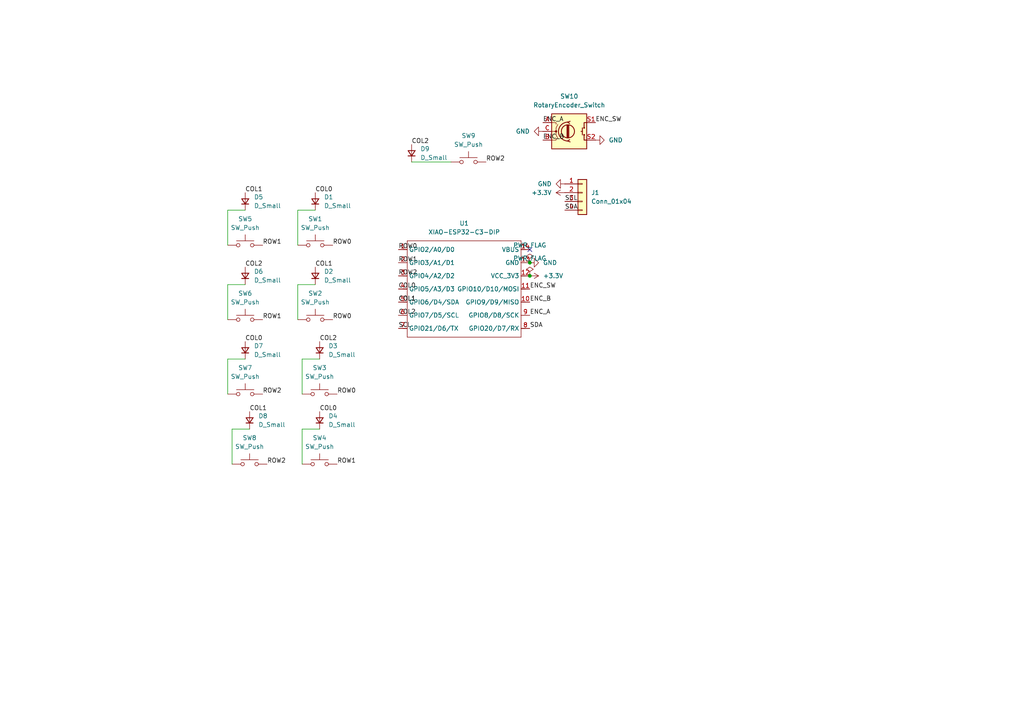
<source format=kicad_sch>
(kicad_sch (version 20250114) (generator "eeschema") (generator_version "9.0")
  (paper "A4")
  (lib_symbols
    (symbol "Connector_Generic:Conn_01x04" (pin_names (offset 1.016) (hide yes))
      (property "Reference" "J" (at 0 5.08 0))
      (property "Value" "Conn_01x04" (at 0 -7.62 0))
      (symbol "Conn_01x04_1_1"
        (rectangle (start -1.27 3.81) (end 1.27 -6.35) (stroke (width 0.254)) (fill (type background)))
        (rectangle (start -1.27 2.667) (end 0 2.413) (stroke (width 0.1524)))
        (rectangle (start -1.27 0.127) (end 0 -0.127) (stroke (width 0.1524)))
        (rectangle (start -1.27 -2.413) (end 0 -2.667) (stroke (width 0.1524)))
        (rectangle (start -1.27 -4.953) (end 0 -5.207) (stroke (width 0.1524)))
        (pin passive line (at -5.08 2.54 0) (length 3.81) (name "Pin_1") (number "1"))
        (pin passive line (at -5.08 0 0) (length 3.81) (name "Pin_2") (number "2"))
        (pin passive line (at -5.08 -2.54 0) (length 3.81) (name "Pin_3") (number "3"))
        (pin passive line (at -5.08 -5.08 0) (length 3.81) (name "Pin_4") (number "4"))
      )
    )
    (symbol "Device:D_Small" (pin_numbers (hide yes)) (pin_names (offset 0.254) (hide yes))
      (property "Reference" "D" (at -1.27 2.032 0))
      (property "Value" "D_Small" (at -3.81 -2.032 0))
      (symbol "D_Small_0_1"
        (polyline (pts (xy -0.762 0) (xy 0.762 0)))
        (polyline (pts (xy -0.762 -1.016) (xy -0.762 1.016)) (stroke (width 0.254)))
        (polyline (pts (xy 0.762 -1.016) (xy -0.762 0) (xy 0.762 1.016) (xy 0.762 -1.016)) (stroke (width 0.254)))
      )
      (symbol "D_Small_1_1"
        (pin passive line (at -2.54 0 0) (length 1.778) (name "K") (number "1"))
        (pin passive line (at 2.54 0 180) (length 1.778) (name "A") (number "2"))
      )
    )
    (symbol "Device:RotaryEncoder_Switch" (pin_names (offset 0.254) (hide yes))
      (property "Reference" "SW" (at 0 6.604 0))
      (property "Value" "RotaryEncoder_Switch" (at 0 -6.604 0))
      (symbol "RotaryEncoder_Switch_0_1"
        (rectangle (start -5.08 5.08) (end 5.08 -5.08) (stroke (width 0.254)) (fill (type background)))
        (polyline (pts (xy -5.08 2.54) (xy -3.81 2.54) (xy -3.81 2.032)))
        (polyline (pts (xy -5.08 0) (xy -3.81 0) (xy -3.81 -1.016) (xy -3.302 -2.032)))
        (polyline (pts (xy -5.08 -2.54) (xy -3.81 -2.54) (xy -3.81 -2.032)))
        (polyline (pts (xy -4.318 0) (xy -3.81 0) (xy -3.81 1.016) (xy -3.302 2.032)))
        (circle (center -3.81 0) (radius 0.254) (fill (type outline)))
        (polyline (pts (xy -0.635 -1.778) (xy -0.635 1.778)) (stroke (width 0.254)))
        (circle (center -0.381 0) (radius 1.905) (stroke (width 0.254)))
        (polyline (pts (xy -0.381 -1.778) (xy -0.381 1.778)) (stroke (width 0.254)))
        (arc (start -0.381 -2.794) (mid -3.0988 -0.0635) (end -0.381 2.667) (stroke (width 0.254)))
        (polyline (pts (xy -0.127 1.778) (xy -0.127 -1.778)) (stroke (width 0.254)))
        (polyline (pts (xy 0.254 2.921) (xy -0.508 2.667) (xy 0.127 2.286)) (stroke (width 0.254)))
        (polyline (pts (xy 0.254 -3.048) (xy -0.508 -2.794) (xy 0.127 -2.413)) (stroke (width 0.254)))
        (polyline (pts (xy 3.81 1.016) (xy 3.81 -1.016)) (stroke (width 0.254)))
        (polyline (pts (xy 3.81 0) (xy 3.429 0)) (stroke (width 0.254)))
        (circle (center 4.318 1.016) (radius 0.127) (stroke (width 0.254)))
        (circle (center 4.318 -1.016) (radius 0.127) (stroke (width 0.254)))
        (polyline (pts (xy 5.08 2.54) (xy 4.318 2.54) (xy 4.318 1.016)) (stroke (width 0.254)))
        (polyline (pts (xy 5.08 -2.54) (xy 4.318 -2.54) (xy 4.318 -1.016)) (stroke (width 0.254)))
      )
      (symbol "RotaryEncoder_Switch_1_1"
        (pin passive line (at -7.62 2.54 0) (length 2.54) (name "A") (number "A"))
        (pin passive line (at -7.62 0 0) (length 2.54) (name "C") (number "C"))
        (pin passive line (at -7.62 -2.54 0) (length 2.54) (name "B") (number "B"))
        (pin passive line (at 7.62 2.54 180) (length 2.54) (name "S1") (number "S1"))
        (pin passive line (at 7.62 -2.54 180) (length 2.54) (name "S2") (number "S2"))
      )
    )
    (symbol "Seeed_Studio_XIAO_Series:XIAO-ESP32-C3-DIP"
      (property "Reference" "U" (at 1.016 2.794 0))
      (property "Value" "XIAO-ESP32-C3-DIP" (at 7.62 1.016 0))
      (symbol "XIAO-ESP32-C3-DIP_1_0"
        (polyline (pts (xy 0 0) (xy 33.02 0)) (stroke (width 0.1524)))
        (polyline (pts (xy 0 -2.54) (xy -1.27 -2.54)) (stroke (width 0.1524)))
        (polyline (pts (xy 0 -2.54) (xy 0 0)) (stroke (width 0.1524)))
        (polyline (pts (xy 0 -6.35) (xy -1.27 -6.35)) (stroke (width 0.1524)))
        (polyline (pts (xy 0 -6.35) (xy 0 -2.54)) (stroke (width 0.1524)))
        (polyline (pts (xy 0 -10.16) (xy -1.27 -10.16)) (stroke (width 0.1524)))
        (polyline (pts (xy 0 -10.16) (xy 0 -6.35)) (stroke (width 0.1524)))
        (polyline (pts (xy 0 -13.97) (xy -1.27 -13.97)) (stroke (width 0.1524)))
        (polyline (pts (xy 0 -13.97) (xy 0 -10.16)) (stroke (width 0.1524)))
        (polyline (pts (xy 0 -17.78) (xy -1.27 -17.78)) (stroke (width 0.1524)))
        (polyline (pts (xy 0 -21.59) (xy -1.27 -21.59)) (stroke (width 0.1524)))
        (polyline (pts (xy 0 -25.4) (xy -1.27 -25.4)) (stroke (width 0.1524)))
        (polyline (pts (xy 0 -27.94) (xy 0 -13.97)) (stroke (width 0.1524)))
        (polyline (pts (xy 33.02 0) (xy 33.02 -2.54)) (stroke (width 0.1524)))
        (polyline (pts (xy 33.02 -2.54) (xy 33.02 -6.35)) (stroke (width 0.1524)))
        (polyline (pts (xy 33.02 -6.35) (xy 33.02 -10.16)) (stroke (width 0.1524)))
        (polyline (pts (xy 33.02 -10.16) (xy 33.02 -27.94)) (stroke (width 0.1524)))
        (polyline (pts (xy 33.02 -27.94) (xy 0 -27.94)) (stroke (width 0.1524)))
        (polyline (pts (xy 34.29 -2.54) (xy 33.02 -2.54)) (stroke (width 0.1524)))
        (polyline (pts (xy 34.29 -6.35) (xy 33.02 -6.35)) (stroke (width 0.1524)))
        (polyline (pts (xy 34.29 -10.16) (xy 33.02 -10.16)) (stroke (width 0.1524)))
        (polyline (pts (xy 34.29 -13.97) (xy 33.02 -13.97)) (stroke (width 0.1524)))
        (polyline (pts (xy 34.29 -17.78) (xy 33.02 -17.78)) (stroke (width 0.1524)))
        (polyline (pts (xy 34.29 -21.59) (xy 33.02 -21.59)) (stroke (width 0.1524)))
        (polyline (pts (xy 34.29 -25.4) (xy 33.02 -25.4)) (stroke (width 0.1524)))
        (pin passive line (at -2.54 -2.54 0) (length 2.54) (name "GPIO2/A0/D0") (number "1"))
        (pin passive line (at -2.54 -6.35 0) (length 2.54) (name "GPIO3/A1/D1") (number "2"))
        (pin passive line (at -2.54 -10.16 0) (length 2.54) (name "GPIO4/A2/D2") (number "3"))
        (pin passive line (at -2.54 -13.97 0) (length 2.54) (name "GPIO5/A3/D3") (number "4"))
        (pin passive line (at -2.54 -17.78 0) (length 2.54) (name "GPIO6/D4/SDA") (number "5"))
        (pin passive line (at -2.54 -21.59 0) (length 2.54) (name "GPIO7/D5/SCL") (number "6"))
        (pin passive line (at -2.54 -25.4 0) (length 2.54) (name "GPIO21/D6/TX") (number "7"))
        (pin passive line (at 35.56 -2.54 180) (length 2.54) (name "VBUS") (number "14"))
        (pin passive line (at 35.56 -6.35 180) (length 2.54) (name "GND") (number "13"))
        (pin passive line (at 35.56 -10.16 180) (length 2.54) (name "VCC_3V3") (number "12"))
        (pin passive line (at 35.56 -13.97 180) (length 2.54) (name "GPIO10/D10/MOSI") (number "11"))
        (pin passive line (at 35.56 -17.78 180) (length 2.54) (name "GPIO9/D9/MISO") (number "10"))
        (pin passive line (at 35.56 -21.59 180) (length 2.54) (name "GPIO8/D8/SCK") (number "9"))
        (pin passive line (at 35.56 -25.4 180) (length 2.54) (name "GPIO20/D7/RX") (number "8"))
      )
    )
    (symbol "Switch:SW_Push" (pin_numbers (hide yes)) (pin_names (offset 1.016) (hide yes))
      (property "Reference" "SW" (at 1.27 2.54 0))
      (property "Value" "SW_Push" (at 0 -1.524 0))
      (symbol "SW_Push_0_1"
        (circle (center -2.032 0) (radius 0.508))
        (polyline (pts (xy 0 1.27) (xy 0 3.048)))
        (circle (center 2.032 0) (radius 0.508))
        (polyline (pts (xy 2.54 1.27) (xy -2.54 1.27)))
        (pin passive line (at -5.08 0 0) (length 2.54) (name "1") (number "1"))
        (pin passive line (at 5.08 0 180) (length 2.54) (name "2") (number "2"))
      )
    )
    (symbol "power:+3.3V" (power) (pin_numbers (hide yes)) (pin_names (offset 0) (hide yes))
      (property "Value" "+3.3V" (at 0 3.556 0))
      (symbol "+3.3V_0_1"
        (polyline (pts (xy -0.762 1.27) (xy 0 2.54)))
        (polyline (pts (xy 0 2.54) (xy 0.762 1.27)))
        (polyline (pts (xy 0 0) (xy 0 2.54)))
      )
      (symbol "+3.3V_1_1"
        (pin power_in line (at 0 0 90) (length 0) (name "~") (number "1"))
      )
    )
    (symbol "power:GND" (power) (pin_numbers (hide yes)) (pin_names (offset 0) (hide yes))
      (property "Value" "GND" (at 0 -3.81 0))
      (symbol "GND_0_1"
        (polyline (pts (xy 0 0) (xy 0 -1.27) (xy 1.27 -1.27) (xy 0 -2.54) (xy -1.27 -1.27) (xy 0 -1.27)))
      )
      (symbol "GND_1_1"
        (pin power_in line (at 0 0 270) (length 0) (name "~") (number "1"))
      )
    )
    (symbol "power:PWR_FLAG" (power) (pin_numbers (hide yes)) (pin_names (offset 0) (hide yes))
      (property "Value" "PWR_FLAG" (at 0 3.81 0))
      (symbol "PWR_FLAG_0_0"
        (pin power_out line (at 0 0 90) (length 0) (name "~") (number "1"))
      )
      (symbol "PWR_FLAG_0_1"
        (polyline (pts (xy 0 0) (xy 0 1.27) (xy -1.016 1.905) (xy 0 2.54) (xy 1.016 1.905) (xy 0 1.27)))
      )
    )
  )
  (junction (at 153.67 76.2))
  (junction (at 153.67 80.01))
  (no_connect (at 153.67 72.39))
  (wire (pts (xy 87.63 124.46) (xy 87.63 134.62)))
  (wire (pts (xy 67.31 124.46) (xy 67.31 134.62)))
  (wire (pts (xy 86.36 82.55) (xy 86.36 92.71)))
  (wire (pts (xy 66.04 104.14) (xy 66.04 114.3)))
  (wire (pts (xy 91.44 60.96) (xy 86.36 60.96)))
  (wire (pts (xy 71.12 60.96) (xy 66.04 60.96)))
  (wire (pts (xy 66.04 82.55) (xy 66.04 92.71)))
  (wire (pts (xy 119.38 46.99) (xy 130.81 46.99)))
  (wire (pts (xy 72.39 124.46) (xy 67.31 124.46)))
  (wire (pts (xy 92.71 104.14) (xy 87.63 104.14)))
  (wire (pts (xy 92.71 124.46) (xy 87.63 124.46)))
  (wire (pts (xy 71.12 82.55) (xy 66.04 82.55)))
  (wire (pts (xy 91.44 82.55) (xy 86.36 82.55)))
  (wire (pts (xy 66.04 60.96) (xy 66.04 71.12)))
  (wire (pts (xy 71.12 104.14) (xy 66.04 104.14)))
  (wire (pts (xy 87.63 104.14) (xy 87.63 114.3)))
  (wire (pts (xy 86.36 60.96) (xy 86.36 71.12)))
  (label "ROW1" (at 97.79 134.62 0))
  (label "COL0" (at 91.44 55.88 0))
  (label "COL2" (at 92.71 99.06 0))
  (label "ROW2" (at 140.97 46.99 0))
  (label "COL2" (at 71.12 77.47 0))
  (label "ROW0" (at 97.79 114.3 0))
  (label "ROW0" (at 96.52 92.71 0))
  (label "COL1" (at 72.39 119.38 0))
  (label "COL1" (at 91.44 77.47 0))
  (label "ROW2" (at 77.47 134.62 0))
  (label "ENC_SW" (at 153.67 83.82 0))
  (label "ROW1" (at 115.57 76.2 0))
  (label "COL1" (at 115.57 87.63 0))
  (label "ROW0" (at 96.52 71.12 0))
  (label "COL0" (at 71.12 99.06 0))
  (label "COL1" (at 71.12 55.88 0))
  (label "SCL" (at 163.83 58.42 0))
  (label "SDA" (at 153.67 95.25 0))
  (label "COL2" (at 115.57 91.44 0))
  (label "ENC_A" (at 153.67 91.44 0))
  (label "COL0" (at 92.71 119.38 0))
  (label "ENC_B" (at 153.67 87.63 0))
  (label "ROW1" (at 76.2 71.12 0))
  (label "ENC_SW" (at 172.72 35.56 0))
  (label "ENC_A" (at 157.48 35.56 0))
  (label "ROW2" (at 115.57 80.01 0))
  (label "COL2" (at 119.38 41.91 0))
  (label "ROW0" (at 115.57 72.39 0))
  (label "COL1" (at 115.57 87.63 0))
  (label "COL0" (at 115.57 83.82 0))
  (label "ROW2" (at 76.2 114.3 0))
  (label "SDA" (at 163.83 60.96 0))
  (label "SCL" (at 115.57 95.25 0))
  (label "ENC_B" (at 157.48 40.64 0))
  (label "ROW1" (at 76.2 92.71 0))
  (symbol (lib_id "Connector_Generic:Conn_01x04") (at 168.91 55.88 0) (unit 1)
    (property "Reference" "J1" (at 171.45 55.8799 0) (effects (justify left)))
    (property "Value" "Conn_01x04" (at 171.45 58.4199 0) (effects (justify left)))
    (property "Footprint" "Connector:FanPinHeader_1x04_P2.54mm_Vertical" (effects (hide yes)))
    (property "Description" "Generic connector, single row, 01x04, script generated (kicad-library-utils/schlib/autogen/connector/)" (effects (hide yes)))
  )
  (symbol (lib_id "power:GND") (at 157.48 38.1 270) (unit 1)
    (property "Reference" "#PWR06" (effects (hide yes)))
    (property "Value" "GND" (at 153.67 38.0999 90) (effects (justify right)))
    (property "Description" "Power symbol creates a global label with name \"GND\" , ground" (effects (hide yes)))
  )
  (symbol (lib_id "Switch:SW_Push") (at 71.12 71.12 0) (unit 1)
    (property "Reference" "SW5" (at 71.12 63.5 0))
    (property "Value" "SW_Push" (at 71.12 66.04 0))
    (property "Footprint" "Button_Switch_Keyboard:SW_Cherry_MX_1.00u_PCB" (effects (hide yes)))
    (property "Description" "Push button switch, generic, two pins" (effects (hide yes)))
  )
  (symbol (lib_id "Switch:SW_Push") (at 71.12 92.71 0) (unit 1)
    (property "Reference" "SW6" (at 71.12 85.09 0))
    (property "Value" "SW_Push" (at 71.12 87.63 0))
    (property "Footprint" "Button_Switch_Keyboard:SW_Cherry_MX_1.00u_PCB" (effects (hide yes)))
    (property "Description" "Push button switch, generic, two pins" (effects (hide yes)))
  )
  (symbol (lib_id "Switch:SW_Push") (at 71.12 114.3 0) (unit 1)
    (property "Reference" "SW7" (at 71.12 106.68 0))
    (property "Value" "SW_Push" (at 71.12 109.22 0))
    (property "Footprint" "Button_Switch_Keyboard:SW_Cherry_MX_1.00u_PCB" (effects (hide yes)))
    (property "Description" "Push button switch, generic, two pins" (effects (hide yes)))
  )
  (symbol (lib_id "power:GND") (at 163.83 53.34 270) (unit 1)
    (property "Reference" "#PWR04" (effects (hide yes)))
    (property "Value" "GND" (at 160.02 53.3399 90) (effects (justify right)))
    (property "Description" "Power symbol creates a global label with name \"GND\" , ground" (effects (hide yes)))
  )
  (symbol (lib_id "Switch:SW_Push") (at 91.44 71.12 0) (unit 1)
    (property "Reference" "SW1" (at 91.44 63.5 0))
    (property "Value" "SW_Push" (at 91.44 66.04 0))
    (property "Footprint" "Button_Switch_Keyboard:SW_Cherry_MX_1.00u_PCB" (effects (hide yes)))
    (property "Description" "Push button switch, generic, two pins" (effects (hide yes)))
  )
  (symbol (lib_id "power:PWR_FLAG") (at 153.67 80.01 0) (unit 1)
    (property "Reference" "#FLG02" (effects (hide yes)))
    (property "Value" "PWR_FLAG" (at 153.67 74.93 0))
    (property "Description" "Special symbol for telling ERC where power comes from" (effects (hide yes)))
  )
  (symbol (lib_id "Device:D_Small") (at 71.12 80.01 90) (unit 1)
    (property "Reference" "D6" (at 73.66 78.7399 90) (effects (justify right)))
    (property "Value" "D_Small" (at 73.66 81.2799 90) (effects (justify right)))
    (property "Footprint" "Diode_SMD:D_SOD-123" (effects (hide yes)))
    (property "Description" "Diode, small symbol" (effects (hide yes)))
    (property "Sim.Device" "D" (effects (hide yes)))
    (property "Sim.Pins" "1=K 2=A" (effects (hide yes)))
  )
  (symbol (lib_id "Device:D_Small") (at 92.71 101.6 90) (unit 1)
    (property "Reference" "D3" (at 95.25 100.3299 90) (effects (justify right)))
    (property "Value" "D_Small" (at 95.25 102.8699 90) (effects (justify right)))
    (property "Footprint" "Diode_SMD:D_SOD-123" (effects (hide yes)))
    (property "Description" "Diode, small symbol" (effects (hide yes)))
    (property "Sim.Device" "D" (effects (hide yes)))
    (property "Sim.Pins" "1=K 2=A" (effects (hide yes)))
  )
  (symbol (lib_id "Switch:SW_Push") (at 91.44 92.71 0) (unit 1)
    (property "Reference" "SW2" (at 91.44 85.09 0))
    (property "Value" "SW_Push" (at 91.44 87.63 0))
    (property "Footprint" "Button_Switch_Keyboard:SW_Cherry_MX_1.00u_PCB" (effects (hide yes)))
    (property "Description" "Push button switch, generic, two pins" (effects (hide yes)))
  )
  (symbol (lib_id "power:+3.3V") (at 163.83 55.88 90) (unit 1)
    (property "Reference" "#PWR05" (effects (hide yes)))
    (property "Value" "+3.3V" (at 160.02 55.8799 90) (effects (justify left)))
    (property "Description" "Power symbol creates a global label with name \"+3.3V\"" (effects (hide yes)))
  )
  (symbol (lib_id "Device:D_Small") (at 119.38 44.45 90) (unit 1)
    (property "Reference" "D9" (at 121.92 43.1799 90) (effects (justify right)))
    (property "Value" "D_Small" (at 121.92 45.7199 90) (effects (justify right)))
    (property "Footprint" "Diode_SMD:D_SOD-123" (effects (hide yes)))
    (property "Description" "Diode, small symbol" (effects (hide yes)))
    (property "Sim.Device" "D" (effects (hide yes)))
    (property "Sim.Pins" "1=K 2=A" (effects (hide yes)))
  )
  (symbol (lib_id "Device:D_Small") (at 72.39 121.92 90) (unit 1)
    (property "Reference" "D8" (at 74.93 120.6499 90) (effects (justify right)))
    (property "Value" "D_Small" (at 74.93 123.1899 90) (effects (justify right)))
    (property "Footprint" "Diode_SMD:D_SOD-123" (effects (hide yes)))
    (property "Description" "Diode, small symbol" (effects (hide yes)))
    (property "Sim.Device" "D" (effects (hide yes)))
    (property "Sim.Pins" "1=K 2=A" (effects (hide yes)))
  )
  (symbol (lib_id "power:GND") (at 153.67 76.2 90) (unit 1)
    (property "Reference" "#PWR01" (effects (hide yes)))
    (property "Value" "GND" (at 157.48 76.1999 90) (effects (justify right)))
    (property "Description" "Power symbol creates a global label with name \"GND\" , ground" (effects (hide yes)))
  )
  (symbol (lib_id "Switch:SW_Push") (at 135.89 46.99 0) (unit 1) (on_board no)
    (property "Reference" "SW9" (at 135.89 39.37 0))
    (property "Value" "SW_Push" (at 135.89 41.91 0))
    (property "Description" "Push button switch, generic, two pins" (effects (hide yes)))
  )
  (symbol (lib_id "Device:D_Small") (at 91.44 80.01 90) (unit 1)
    (property "Reference" "D2" (at 93.98 78.7399 90) (effects (justify right)))
    (property "Value" "D_Small" (at 93.98 81.2799 90) (effects (justify right)))
    (property "Footprint" "Diode_SMD:D_SOD-123" (effects (hide yes)))
    (property "Description" "Diode, small symbol" (effects (hide yes)))
    (property "Sim.Device" "D" (effects (hide yes)))
    (property "Sim.Pins" "1=K 2=A" (effects (hide yes)))
  )
  (symbol (lib_id "power:PWR_FLAG") (at 153.67 76.2 0) (unit 1)
    (property "Reference" "#FLG01" (effects (hide yes)))
    (property "Value" "PWR_FLAG" (at 153.67 71.12 0))
    (property "Description" "Special symbol for telling ERC where power comes from" (effects (hide yes)))
  )
  (symbol (lib_id "Device:D_Small") (at 92.71 121.92 90) (unit 1)
    (property "Reference" "D4" (at 95.25 120.6499 90) (effects (justify right)))
    (property "Value" "D_Small" (at 95.25 123.1899 90) (effects (justify right)))
    (property "Footprint" "Diode_SMD:D_SOD-123" (effects (hide yes)))
    (property "Description" "Diode, small symbol" (effects (hide yes)))
    (property "Sim.Device" "D" (effects (hide yes)))
    (property "Sim.Pins" "1=K 2=A" (effects (hide yes)))
  )
  (symbol (lib_id "Device:D_Small") (at 71.12 58.42 90) (unit 1)
    (property "Reference" "D5" (at 73.66 57.1499 90) (effects (justify right)))
    (property "Value" "D_Small" (at 73.66 59.6899 90) (effects (justify right)))
    (property "Footprint" "Diode_SMD:D_SOD-123" (effects (hide yes)))
    (property "Description" "Diode, small symbol" (effects (hide yes)))
    (property "Sim.Device" "D" (effects (hide yes)))
    (property "Sim.Pins" "1=K 2=A" (effects (hide yes)))
  )
  (symbol (lib_id "Device:D_Small") (at 91.44 58.42 90) (unit 1)
    (property "Reference" "D1" (at 93.98 57.1499 90) (effects (justify right)))
    (property "Value" "D_Small" (at 93.98 59.6899 90) (effects (justify right)))
    (property "Footprint" "Diode_SMD:D_SOD-123" (effects (hide yes)))
    (property "Description" "Diode, small symbol" (effects (hide yes)))
    (property "Sim.Device" "D" (effects (hide yes)))
    (property "Sim.Pins" "1=K 2=A" (effects (hide yes)))
  )
  (symbol (lib_id "power:GND") (at 172.72 40.64 90) (unit 1)
    (property "Reference" "#PWR03" (effects (hide yes)))
    (property "Value" "GND" (at 176.53 40.6399 90) (effects (justify right)))
    (property "Description" "Power symbol creates a global label with name \"GND\" , ground" (effects (hide yes)))
  )
  (symbol (lib_id "power:+3.3V") (at 153.67 80.01 270) (unit 1)
    (property "Reference" "#PWR02" (effects (hide yes)))
    (property "Value" "+3.3V" (at 157.48 80.0099 90) (effects (justify left)))
    (property "Description" "Power symbol creates a global label with name \"+3.3V\"" (effects (hide yes)))
  )
  (symbol (lib_id "Switch:SW_Push") (at 72.39 134.62 0) (unit 1)
    (property "Reference" "SW8" (at 72.39 127 0))
    (property "Value" "SW_Push" (at 72.39 129.54 0))
    (property "Footprint" "Button_Switch_Keyboard:SW_Cherry_MX_1.00u_PCB" (effects (hide yes)))
    (property "Description" "Push button switch, generic, two pins" (effects (hide yes)))
  )
  (symbol (lib_id "Switch:SW_Push") (at 92.71 114.3 0) (unit 1)
    (property "Reference" "SW3" (at 92.71 106.68 0))
    (property "Value" "SW_Push" (at 92.71 109.22 0))
    (property "Footprint" "Button_Switch_Keyboard:SW_Cherry_MX_1.00u_PCB" (effects (hide yes)))
    (property "Description" "Push button switch, generic, two pins" (effects (hide yes)))
  )
  (symbol (lib_id "Device:RotaryEncoder_Switch") (at 165.1 38.1 0) (unit 1)
    (property "Reference" "SW10" (at 165.1 27.94 0))
    (property "Value" "RotaryEncoder_Switch" (at 165.1 30.48 0))
    (property "Footprint" "Rotary_Encoder:RotaryEncoder_Alps_EC11E-Switch_Vertical_H20mm" (effects (hide yes)))
    (property "Description" "Rotary encoder, dual channel, incremental quadrate outputs, with switch" (effects (hide yes)))
  )
  (symbol (lib_id "Seeed_Studio_XIAO_Series:XIAO-ESP32-C3-DIP") (at 118.11 69.85 0) (unit 1)
    (property "Reference" "U1" (at 134.62 64.77 0))
    (property "Value" "XIAO-ESP32-C3-DIP" (at 134.62 67.31 0))
    (property "Footprint" "Seeed Studio XIAO Series Library:XIAO-ESP32C3-DIP" (effects (hide yes)))
  )
  (symbol (lib_id "Switch:SW_Push") (at 92.71 134.62 0) (unit 1)
    (property "Reference" "SW4" (at 92.71 127 0))
    (property "Value" "SW_Push" (at 92.71 129.54 0))
    (property "Footprint" "Button_Switch_Keyboard:SW_Cherry_MX_1.00u_PCB" (effects (hide yes)))
    (property "Description" "Push button switch, generic, two pins" (effects (hide yes)))
  )
  (symbol (lib_id "Device:D_Small") (at 71.12 101.6 90) (unit 1)
    (property "Reference" "D7" (at 73.66 100.3299 90) (effects (justify right)))
    (property "Value" "D_Small" (at 73.66 102.8699 90) (effects (justify right)))
    (property "Footprint" "Diode_SMD:D_SOD-123" (effects (hide yes)))
    (property "Description" "Diode, small symbol" (effects (hide yes)))
    (property "Sim.Device" "D" (effects (hide yes)))
    (property "Sim.Pins" "1=K 2=A" (effects (hide yes)))
  )
)
</source>
